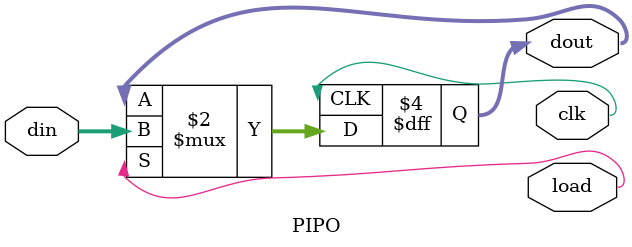
<source format=v>
/** PIPO Register**/
module PIPO(dout, din, load, clk);
    output reg [15:0]dout;
    output load, clk;
    input [15:0]din;
    always @(posedge clk)
        if(load)
            dout <= din;
endmodule
</source>
